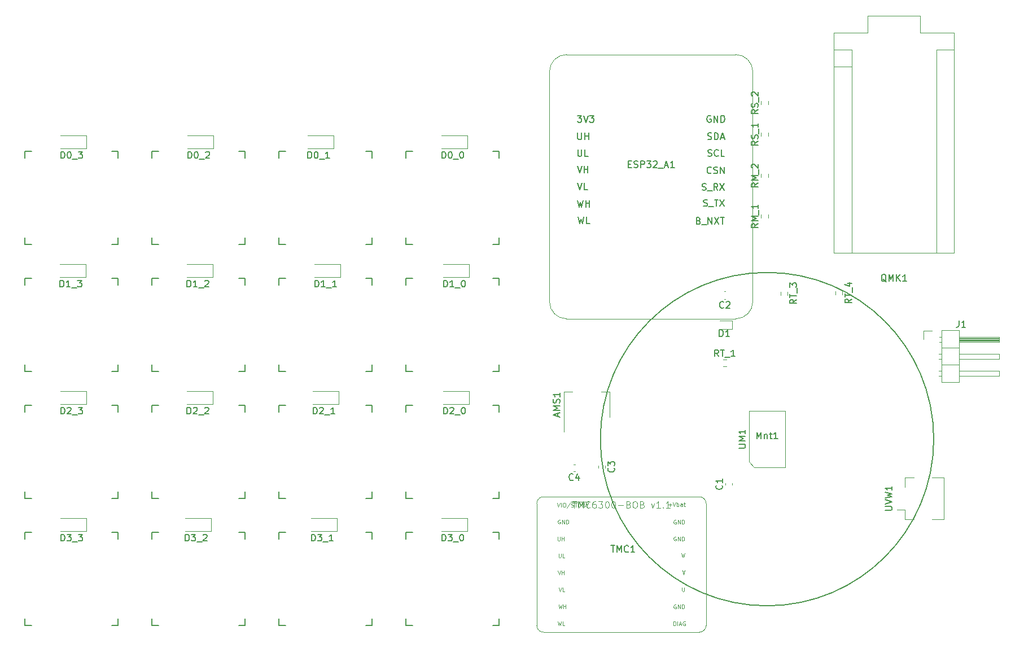
<source format=gbr>
%TF.GenerationSoftware,KiCad,Pcbnew,(6.0.1)*%
%TF.CreationDate,2022-12-10T14:50:15+08:00*%
%TF.ProjectId,Scroller1 two,5363726f-6c6c-4657-9231-2074776f2e6b,rev?*%
%TF.SameCoordinates,Original*%
%TF.FileFunction,Legend,Top*%
%TF.FilePolarity,Positive*%
%FSLAX46Y46*%
G04 Gerber Fmt 4.6, Leading zero omitted, Abs format (unit mm)*
G04 Created by KiCad (PCBNEW (6.0.1)) date 2022-12-10 14:50:15*
%MOMM*%
%LPD*%
G01*
G04 APERTURE LIST*
%ADD10C,0.150000*%
%ADD11C,0.100000*%
%ADD12C,0.120000*%
G04 APERTURE END LIST*
D10*
X208755040Y-117092383D02*
G75*
G03*
X208755040Y-117092383I-25000000J0D01*
G01*
%TO.C,D1_1*%
X115948761Y-94273380D02*
X115948761Y-93273380D01*
X116186857Y-93273380D01*
X116329714Y-93321000D01*
X116424952Y-93416238D01*
X116472571Y-93511476D01*
X116520190Y-93701952D01*
X116520190Y-93844809D01*
X116472571Y-94035285D01*
X116424952Y-94130523D01*
X116329714Y-94225761D01*
X116186857Y-94273380D01*
X115948761Y-94273380D01*
X117472571Y-94273380D02*
X116901142Y-94273380D01*
X117186857Y-94273380D02*
X117186857Y-93273380D01*
X117091619Y-93416238D01*
X116996380Y-93511476D01*
X116901142Y-93559095D01*
X117663047Y-94368619D02*
X118424952Y-94368619D01*
X119186857Y-94273380D02*
X118615428Y-94273380D01*
X118901142Y-94273380D02*
X118901142Y-93273380D01*
X118805904Y-93416238D01*
X118710666Y-93511476D01*
X118615428Y-93559095D01*
%TO.C,RS_2*%
X182410380Y-67675309D02*
X181934190Y-68008642D01*
X182410380Y-68246738D02*
X181410380Y-68246738D01*
X181410380Y-67865785D01*
X181458000Y-67770547D01*
X181505619Y-67722928D01*
X181600857Y-67675309D01*
X181743714Y-67675309D01*
X181838952Y-67722928D01*
X181886571Y-67770547D01*
X181934190Y-67865785D01*
X181934190Y-68246738D01*
X182362761Y-67294357D02*
X182410380Y-67151500D01*
X182410380Y-66913404D01*
X182362761Y-66818166D01*
X182315142Y-66770547D01*
X182219904Y-66722928D01*
X182124666Y-66722928D01*
X182029428Y-66770547D01*
X181981809Y-66818166D01*
X181934190Y-66913404D01*
X181886571Y-67103880D01*
X181838952Y-67199119D01*
X181791333Y-67246738D01*
X181696095Y-67294357D01*
X181600857Y-67294357D01*
X181505619Y-67246738D01*
X181458000Y-67199119D01*
X181410380Y-67103880D01*
X181410380Y-66865785D01*
X181458000Y-66722928D01*
X182505619Y-66532452D02*
X182505619Y-65770547D01*
X181505619Y-65580071D02*
X181458000Y-65532452D01*
X181410380Y-65437214D01*
X181410380Y-65199119D01*
X181458000Y-65103880D01*
X181505619Y-65056261D01*
X181600857Y-65008642D01*
X181696095Y-65008642D01*
X181838952Y-65056261D01*
X182410380Y-65627690D01*
X182410380Y-65008642D01*
%TO.C,C1*%
X176967142Y-124018166D02*
X177014761Y-124065785D01*
X177062380Y-124208642D01*
X177062380Y-124303880D01*
X177014761Y-124446738D01*
X176919523Y-124541976D01*
X176824285Y-124589595D01*
X176633809Y-124637214D01*
X176490952Y-124637214D01*
X176300476Y-124589595D01*
X176205238Y-124541976D01*
X176110000Y-124446738D01*
X176062380Y-124303880D01*
X176062380Y-124208642D01*
X176110000Y-124065785D01*
X176157619Y-124018166D01*
X177062380Y-123065785D02*
X177062380Y-123637214D01*
X177062380Y-123351500D02*
X176062380Y-123351500D01*
X176205238Y-123446738D01*
X176300476Y-123541976D01*
X176348095Y-123637214D01*
%TO.C,D2_0*%
X135250761Y-113323380D02*
X135250761Y-112323380D01*
X135488857Y-112323380D01*
X135631714Y-112371000D01*
X135726952Y-112466238D01*
X135774571Y-112561476D01*
X135822190Y-112751952D01*
X135822190Y-112894809D01*
X135774571Y-113085285D01*
X135726952Y-113180523D01*
X135631714Y-113275761D01*
X135488857Y-113323380D01*
X135250761Y-113323380D01*
X136203142Y-112418619D02*
X136250761Y-112371000D01*
X136346000Y-112323380D01*
X136584095Y-112323380D01*
X136679333Y-112371000D01*
X136726952Y-112418619D01*
X136774571Y-112513857D01*
X136774571Y-112609095D01*
X136726952Y-112751952D01*
X136155523Y-113323380D01*
X136774571Y-113323380D01*
X136965047Y-113418619D02*
X137726952Y-113418619D01*
X138155523Y-112323380D02*
X138250761Y-112323380D01*
X138346000Y-112371000D01*
X138393619Y-112418619D01*
X138441238Y-112513857D01*
X138488857Y-112704333D01*
X138488857Y-112942428D01*
X138441238Y-113132904D01*
X138393619Y-113228142D01*
X138346000Y-113275761D01*
X138250761Y-113323380D01*
X138155523Y-113323380D01*
X138060285Y-113275761D01*
X138012666Y-113228142D01*
X137965047Y-113132904D01*
X137917428Y-112942428D01*
X137917428Y-112704333D01*
X137965047Y-112513857D01*
X138012666Y-112418619D01*
X138060285Y-112371000D01*
X138155523Y-112323380D01*
%TO.C,RT_4*%
X196432380Y-96075071D02*
X195956190Y-96408404D01*
X196432380Y-96646500D02*
X195432380Y-96646500D01*
X195432380Y-96265547D01*
X195480000Y-96170309D01*
X195527619Y-96122690D01*
X195622857Y-96075071D01*
X195765714Y-96075071D01*
X195860952Y-96122690D01*
X195908571Y-96170309D01*
X195956190Y-96265547D01*
X195956190Y-96646500D01*
X195432380Y-95789357D02*
X195432380Y-95217928D01*
X196432380Y-95503642D02*
X195432380Y-95503642D01*
X196527619Y-95122690D02*
X196527619Y-94360785D01*
X195765714Y-93694119D02*
X196432380Y-93694119D01*
X195384761Y-93932214D02*
X196099047Y-94170309D01*
X196099047Y-93551261D01*
%TO.C,D0_1*%
X114890161Y-74969380D02*
X114890161Y-73969380D01*
X115128257Y-73969380D01*
X115271114Y-74017000D01*
X115366352Y-74112238D01*
X115413971Y-74207476D01*
X115461590Y-74397952D01*
X115461590Y-74540809D01*
X115413971Y-74731285D01*
X115366352Y-74826523D01*
X115271114Y-74921761D01*
X115128257Y-74969380D01*
X114890161Y-74969380D01*
X116080638Y-73969380D02*
X116175876Y-73969380D01*
X116271114Y-74017000D01*
X116318733Y-74064619D01*
X116366352Y-74159857D01*
X116413971Y-74350333D01*
X116413971Y-74588428D01*
X116366352Y-74778904D01*
X116318733Y-74874142D01*
X116271114Y-74921761D01*
X116175876Y-74969380D01*
X116080638Y-74969380D01*
X115985400Y-74921761D01*
X115937780Y-74874142D01*
X115890161Y-74778904D01*
X115842542Y-74588428D01*
X115842542Y-74350333D01*
X115890161Y-74159857D01*
X115937780Y-74064619D01*
X115985400Y-74017000D01*
X116080638Y-73969380D01*
X116604447Y-75064619D02*
X117366352Y-75064619D01*
X118128257Y-74969380D02*
X117556828Y-74969380D01*
X117842542Y-74969380D02*
X117842542Y-73969380D01*
X117747304Y-74112238D01*
X117652066Y-74207476D01*
X117556828Y-74255095D01*
%TO.C,C3*%
X160791142Y-121425166D02*
X160838761Y-121472785D01*
X160886380Y-121615642D01*
X160886380Y-121710880D01*
X160838761Y-121853738D01*
X160743523Y-121948976D01*
X160648285Y-121996595D01*
X160457809Y-122044214D01*
X160314952Y-122044214D01*
X160124476Y-121996595D01*
X160029238Y-121948976D01*
X159934000Y-121853738D01*
X159886380Y-121710880D01*
X159886380Y-121615642D01*
X159934000Y-121472785D01*
X159981619Y-121425166D01*
X159886380Y-121091833D02*
X159886380Y-120472785D01*
X160267333Y-120806119D01*
X160267333Y-120663261D01*
X160314952Y-120568023D01*
X160362571Y-120520404D01*
X160457809Y-120472785D01*
X160695904Y-120472785D01*
X160791142Y-120520404D01*
X160838761Y-120568023D01*
X160886380Y-120663261D01*
X160886380Y-120948976D01*
X160838761Y-121044214D01*
X160791142Y-121091833D01*
%TO.C,C2*%
X177238333Y-97351142D02*
X177190714Y-97398761D01*
X177047857Y-97446380D01*
X176952619Y-97446380D01*
X176809761Y-97398761D01*
X176714523Y-97303523D01*
X176666904Y-97208285D01*
X176619285Y-97017809D01*
X176619285Y-96874952D01*
X176666904Y-96684476D01*
X176714523Y-96589238D01*
X176809761Y-96494000D01*
X176952619Y-96446380D01*
X177047857Y-96446380D01*
X177190714Y-96494000D01*
X177238333Y-96541619D01*
X177619285Y-96541619D02*
X177666904Y-96494000D01*
X177762142Y-96446380D01*
X178000238Y-96446380D01*
X178095476Y-96494000D01*
X178143095Y-96541619D01*
X178190714Y-96636857D01*
X178190714Y-96732095D01*
X178143095Y-96874952D01*
X177571666Y-97446380D01*
X178190714Y-97446380D01*
%TO.C,D1_0*%
X135252761Y-94273380D02*
X135252761Y-93273380D01*
X135490857Y-93273380D01*
X135633714Y-93321000D01*
X135728952Y-93416238D01*
X135776571Y-93511476D01*
X135824190Y-93701952D01*
X135824190Y-93844809D01*
X135776571Y-94035285D01*
X135728952Y-94130523D01*
X135633714Y-94225761D01*
X135490857Y-94273380D01*
X135252761Y-94273380D01*
X136776571Y-94273380D02*
X136205142Y-94273380D01*
X136490857Y-94273380D02*
X136490857Y-93273380D01*
X136395619Y-93416238D01*
X136300380Y-93511476D01*
X136205142Y-93559095D01*
X136967047Y-94368619D02*
X137728952Y-94368619D01*
X138157523Y-93273380D02*
X138252761Y-93273380D01*
X138348000Y-93321000D01*
X138395619Y-93368619D01*
X138443238Y-93463857D01*
X138490857Y-93654333D01*
X138490857Y-93892428D01*
X138443238Y-94082904D01*
X138395619Y-94178142D01*
X138348000Y-94225761D01*
X138252761Y-94273380D01*
X138157523Y-94273380D01*
X138062285Y-94225761D01*
X138014666Y-94178142D01*
X137967047Y-94082904D01*
X137919428Y-93892428D01*
X137919428Y-93654333D01*
X137967047Y-93463857D01*
X138014666Y-93368619D01*
X138062285Y-93321000D01*
X138157523Y-93273380D01*
%TO.C,UM1*%
X179502415Y-118425793D02*
X180311939Y-118425793D01*
X180407177Y-118378174D01*
X180454796Y-118330555D01*
X180502415Y-118235317D01*
X180502415Y-118044840D01*
X180454796Y-117949602D01*
X180407177Y-117901983D01*
X180311939Y-117854364D01*
X179502415Y-117854364D01*
X180502415Y-117378174D02*
X179502415Y-117378174D01*
X180216701Y-117044840D01*
X179502415Y-116711507D01*
X180502415Y-116711507D01*
X180502415Y-115711507D02*
X180502415Y-116282936D01*
X180502415Y-115997221D02*
X179502415Y-115997221D01*
X179645273Y-116092460D01*
X179740511Y-116187698D01*
X179788130Y-116282936D01*
%TO.C,AMS1*%
X152384666Y-113673904D02*
X152384666Y-113197714D01*
X152670380Y-113769142D02*
X151670380Y-113435809D01*
X152670380Y-113102476D01*
X152670380Y-112769142D02*
X151670380Y-112769142D01*
X152384666Y-112435809D01*
X151670380Y-112102476D01*
X152670380Y-112102476D01*
X152622761Y-111673904D02*
X152670380Y-111531047D01*
X152670380Y-111292952D01*
X152622761Y-111197714D01*
X152575142Y-111150095D01*
X152479904Y-111102476D01*
X152384666Y-111102476D01*
X152289428Y-111150095D01*
X152241809Y-111197714D01*
X152194190Y-111292952D01*
X152146571Y-111483428D01*
X152098952Y-111578666D01*
X152051333Y-111626285D01*
X151956095Y-111673904D01*
X151860857Y-111673904D01*
X151765619Y-111626285D01*
X151718000Y-111578666D01*
X151670380Y-111483428D01*
X151670380Y-111245333D01*
X151718000Y-111102476D01*
X152670380Y-110150095D02*
X152670380Y-110721523D01*
X152670380Y-110435809D02*
X151670380Y-110435809D01*
X151813238Y-110531047D01*
X151908476Y-110626285D01*
X151956095Y-110721523D01*
%TO.C,C4*%
X154672833Y-123199142D02*
X154625214Y-123246761D01*
X154482357Y-123294380D01*
X154387119Y-123294380D01*
X154244261Y-123246761D01*
X154149023Y-123151523D01*
X154101404Y-123056285D01*
X154053785Y-122865809D01*
X154053785Y-122722952D01*
X154101404Y-122532476D01*
X154149023Y-122437238D01*
X154244261Y-122342000D01*
X154387119Y-122294380D01*
X154482357Y-122294380D01*
X154625214Y-122342000D01*
X154672833Y-122389619D01*
X155529976Y-122627714D02*
X155529976Y-123294380D01*
X155291880Y-122246761D02*
X155053785Y-122961047D01*
X155672833Y-122961047D01*
%TO.C,D1_2*%
X96770761Y-94273380D02*
X96770761Y-93273380D01*
X97008857Y-93273380D01*
X97151714Y-93321000D01*
X97246952Y-93416238D01*
X97294571Y-93511476D01*
X97342190Y-93701952D01*
X97342190Y-93844809D01*
X97294571Y-94035285D01*
X97246952Y-94130523D01*
X97151714Y-94225761D01*
X97008857Y-94273380D01*
X96770761Y-94273380D01*
X98294571Y-94273380D02*
X97723142Y-94273380D01*
X98008857Y-94273380D02*
X98008857Y-93273380D01*
X97913619Y-93416238D01*
X97818380Y-93511476D01*
X97723142Y-93559095D01*
X98485047Y-94368619D02*
X99246952Y-94368619D01*
X99437428Y-93368619D02*
X99485047Y-93321000D01*
X99580285Y-93273380D01*
X99818380Y-93273380D01*
X99913619Y-93321000D01*
X99961238Y-93368619D01*
X100008857Y-93463857D01*
X100008857Y-93559095D01*
X99961238Y-93701952D01*
X99389809Y-94273380D01*
X100008857Y-94273380D01*
%TO.C,D2_3*%
X77846761Y-113323380D02*
X77846761Y-112323380D01*
X78084857Y-112323380D01*
X78227714Y-112371000D01*
X78322952Y-112466238D01*
X78370571Y-112561476D01*
X78418190Y-112751952D01*
X78418190Y-112894809D01*
X78370571Y-113085285D01*
X78322952Y-113180523D01*
X78227714Y-113275761D01*
X78084857Y-113323380D01*
X77846761Y-113323380D01*
X78799142Y-112418619D02*
X78846761Y-112371000D01*
X78942000Y-112323380D01*
X79180095Y-112323380D01*
X79275333Y-112371000D01*
X79322952Y-112418619D01*
X79370571Y-112513857D01*
X79370571Y-112609095D01*
X79322952Y-112751952D01*
X78751523Y-113323380D01*
X79370571Y-113323380D01*
X79561047Y-113418619D02*
X80322952Y-113418619D01*
X80465809Y-112323380D02*
X81084857Y-112323380D01*
X80751523Y-112704333D01*
X80894380Y-112704333D01*
X80989619Y-112751952D01*
X81037238Y-112799571D01*
X81084857Y-112894809D01*
X81084857Y-113132904D01*
X81037238Y-113228142D01*
X80989619Y-113275761D01*
X80894380Y-113323380D01*
X80608666Y-113323380D01*
X80513428Y-113275761D01*
X80465809Y-113228142D01*
%TO.C,Mnt1*%
X182207415Y-117044840D02*
X182207415Y-116044840D01*
X182540749Y-116759126D01*
X182874082Y-116044840D01*
X182874082Y-117044840D01*
X183350273Y-116378174D02*
X183350273Y-117044840D01*
X183350273Y-116473412D02*
X183397892Y-116425793D01*
X183493130Y-116378174D01*
X183635987Y-116378174D01*
X183731225Y-116425793D01*
X183778844Y-116521031D01*
X183778844Y-117044840D01*
X184112177Y-116378174D02*
X184493130Y-116378174D01*
X184255035Y-116044840D02*
X184255035Y-116901983D01*
X184302654Y-116997221D01*
X184397892Y-117044840D01*
X184493130Y-117044840D01*
X185350273Y-117044840D02*
X184778844Y-117044840D01*
X185064558Y-117044840D02*
X185064558Y-116044840D01*
X184969320Y-116187698D01*
X184874082Y-116282936D01*
X184778844Y-116330555D01*
%TO.C,D1*%
X176615904Y-101701380D02*
X176615904Y-100701380D01*
X176854000Y-100701380D01*
X176996857Y-100749000D01*
X177092095Y-100844238D01*
X177139714Y-100939476D01*
X177187333Y-101129952D01*
X177187333Y-101272809D01*
X177139714Y-101463285D01*
X177092095Y-101558523D01*
X176996857Y-101653761D01*
X176854000Y-101701380D01*
X176615904Y-101701380D01*
X178139714Y-101701380D02*
X177568285Y-101701380D01*
X177854000Y-101701380D02*
X177854000Y-100701380D01*
X177758761Y-100844238D01*
X177663523Y-100939476D01*
X177568285Y-100987095D01*
%TO.C,TMC1*%
X160331666Y-133056380D02*
X160903095Y-133056380D01*
X160617380Y-134056380D02*
X160617380Y-133056380D01*
X161236428Y-134056380D02*
X161236428Y-133056380D01*
X161569761Y-133770666D01*
X161903095Y-133056380D01*
X161903095Y-134056380D01*
X162950714Y-133961142D02*
X162903095Y-134008761D01*
X162760238Y-134056380D01*
X162665000Y-134056380D01*
X162522142Y-134008761D01*
X162426904Y-133913523D01*
X162379285Y-133818285D01*
X162331666Y-133627809D01*
X162331666Y-133484952D01*
X162379285Y-133294476D01*
X162426904Y-133199238D01*
X162522142Y-133104000D01*
X162665000Y-133056380D01*
X162760238Y-133056380D01*
X162903095Y-133104000D01*
X162950714Y-133151619D01*
X163903095Y-134056380D02*
X163331666Y-134056380D01*
X163617380Y-134056380D02*
X163617380Y-133056380D01*
X163522142Y-133199238D01*
X163426904Y-133294476D01*
X163331666Y-133342095D01*
D11*
X152277142Y-126671428D02*
X152477142Y-127271428D01*
X152677142Y-126671428D01*
X152877142Y-127271428D02*
X152877142Y-126671428D01*
X153277142Y-126671428D02*
X153391428Y-126671428D01*
X153448571Y-126700000D01*
X153505714Y-126757142D01*
X153534285Y-126871428D01*
X153534285Y-127071428D01*
X153505714Y-127185714D01*
X153448571Y-127242857D01*
X153391428Y-127271428D01*
X153277142Y-127271428D01*
X153220000Y-127242857D01*
X153162857Y-127185714D01*
X153134285Y-127071428D01*
X153134285Y-126871428D01*
X153162857Y-126757142D01*
X153220000Y-126700000D01*
X153277142Y-126671428D01*
X154220000Y-126642857D02*
X153705714Y-127414285D01*
X154277142Y-126502000D02*
X154848571Y-126502000D01*
X154391428Y-127242857D02*
X154477142Y-127271428D01*
X154620000Y-127271428D01*
X154677142Y-127242857D01*
X154705714Y-127214285D01*
X154734285Y-127157142D01*
X154734285Y-127100000D01*
X154705714Y-127042857D01*
X154677142Y-127014285D01*
X154620000Y-126985714D01*
X154505714Y-126957142D01*
X154448571Y-126928571D01*
X154420000Y-126900000D01*
X154391428Y-126842857D01*
X154391428Y-126785714D01*
X154420000Y-126728571D01*
X154448571Y-126700000D01*
X154505714Y-126671428D01*
X154648571Y-126671428D01*
X154734285Y-126700000D01*
X154848571Y-126502000D02*
X155305714Y-126502000D01*
X154905714Y-126671428D02*
X155248571Y-126671428D01*
X155077142Y-127271428D02*
X155077142Y-126671428D01*
X155305714Y-126502000D02*
X155905714Y-126502000D01*
X155448571Y-127271428D02*
X155448571Y-126671428D01*
X155591428Y-126671428D01*
X155677142Y-126700000D01*
X155734285Y-126757142D01*
X155762857Y-126814285D01*
X155791428Y-126928571D01*
X155791428Y-127014285D01*
X155762857Y-127128571D01*
X155734285Y-127185714D01*
X155677142Y-127242857D01*
X155591428Y-127271428D01*
X155448571Y-127271428D01*
X155905714Y-126502000D02*
X156505714Y-126502000D01*
X156248571Y-126957142D02*
X156334285Y-126985714D01*
X156362857Y-127014285D01*
X156391428Y-127071428D01*
X156391428Y-127157142D01*
X156362857Y-127214285D01*
X156334285Y-127242857D01*
X156277142Y-127271428D01*
X156048571Y-127271428D01*
X156048571Y-126671428D01*
X156248571Y-126671428D01*
X156305714Y-126700000D01*
X156334285Y-126728571D01*
X156362857Y-126785714D01*
X156362857Y-126842857D01*
X156334285Y-126900000D01*
X156305714Y-126928571D01*
X156248571Y-126957142D01*
X156048571Y-126957142D01*
X156505714Y-126502000D02*
X157020000Y-126502000D01*
X156762857Y-126985714D02*
X156762857Y-127271428D01*
X156562857Y-126671428D02*
X156762857Y-126985714D01*
X156962857Y-126671428D01*
X152728571Y-129203964D02*
X152671428Y-129175392D01*
X152585714Y-129175392D01*
X152500000Y-129203964D01*
X152442857Y-129261106D01*
X152414285Y-129318249D01*
X152385714Y-129432535D01*
X152385714Y-129518249D01*
X152414285Y-129632535D01*
X152442857Y-129689678D01*
X152500000Y-129746821D01*
X152585714Y-129775392D01*
X152642857Y-129775392D01*
X152728571Y-129746821D01*
X152757142Y-129718249D01*
X152757142Y-129518249D01*
X152642857Y-129518249D01*
X153014285Y-129775392D02*
X153014285Y-129175392D01*
X153357142Y-129775392D01*
X153357142Y-129175392D01*
X153642857Y-129775392D02*
X153642857Y-129175392D01*
X153785714Y-129175392D01*
X153871428Y-129203964D01*
X153928571Y-129261106D01*
X153957142Y-129318249D01*
X153985714Y-129432535D01*
X153985714Y-129518249D01*
X153957142Y-129632535D01*
X153928571Y-129689678D01*
X153871428Y-129746821D01*
X153785714Y-129775392D01*
X153642857Y-129775392D01*
X171355142Y-139332535D02*
X171355142Y-139818249D01*
X171326571Y-139875392D01*
X171298000Y-139903964D01*
X171240857Y-139932535D01*
X171126571Y-139932535D01*
X171069428Y-139903964D01*
X171040857Y-139875392D01*
X171012285Y-139818249D01*
X171012285Y-139332535D01*
X168976857Y-126953964D02*
X169434000Y-126953964D01*
X169205428Y-127182535D02*
X169205428Y-126725392D01*
X169634000Y-126582535D02*
X169834000Y-127182535D01*
X170034000Y-126582535D01*
X170234000Y-127182535D02*
X170234000Y-126582535D01*
X170234000Y-126811107D02*
X170291142Y-126782535D01*
X170405428Y-126782535D01*
X170462571Y-126811107D01*
X170491142Y-126839678D01*
X170519714Y-126896821D01*
X170519714Y-127068249D01*
X170491142Y-127125392D01*
X170462571Y-127153964D01*
X170405428Y-127182535D01*
X170291142Y-127182535D01*
X170234000Y-127153964D01*
X171034000Y-127182535D02*
X171034000Y-126868249D01*
X171005428Y-126811107D01*
X170948285Y-126782535D01*
X170834000Y-126782535D01*
X170776857Y-126811107D01*
X171034000Y-127153964D02*
X170976857Y-127182535D01*
X170834000Y-127182535D01*
X170776857Y-127153964D01*
X170748285Y-127096821D01*
X170748285Y-127039678D01*
X170776857Y-126982535D01*
X170834000Y-126953964D01*
X170976857Y-126953964D01*
X171034000Y-126925392D01*
X171234000Y-126782535D02*
X171462571Y-126782535D01*
X171319714Y-126582535D02*
X171319714Y-127096821D01*
X171348285Y-127153964D01*
X171405428Y-127182535D01*
X171462571Y-127182535D01*
X152378285Y-144432535D02*
X152521142Y-145032535D01*
X152635428Y-144603964D01*
X152749714Y-145032535D01*
X152892571Y-144432535D01*
X153406857Y-145032535D02*
X153121142Y-145032535D01*
X153121142Y-144432535D01*
X169738857Y-145051428D02*
X169738857Y-144451428D01*
X169881714Y-144451428D01*
X169967428Y-144480000D01*
X170024571Y-144537142D01*
X170053142Y-144594285D01*
X170081714Y-144708571D01*
X170081714Y-144794285D01*
X170053142Y-144908571D01*
X170024571Y-144965714D01*
X169967428Y-145022857D01*
X169881714Y-145051428D01*
X169738857Y-145051428D01*
X170338857Y-145051428D02*
X170338857Y-144451428D01*
X170596000Y-144880000D02*
X170881714Y-144880000D01*
X170538857Y-145051428D02*
X170738857Y-144451428D01*
X170938857Y-145051428D01*
X171453142Y-144480000D02*
X171396000Y-144451428D01*
X171310285Y-144451428D01*
X171224571Y-144480000D01*
X171167428Y-144537142D01*
X171138857Y-144594285D01*
X171110285Y-144708571D01*
X171110285Y-144794285D01*
X171138857Y-144908571D01*
X171167428Y-144965714D01*
X171224571Y-145022857D01*
X171310285Y-145051428D01*
X171367428Y-145051428D01*
X171453142Y-145022857D01*
X171481714Y-144994285D01*
X171481714Y-144794285D01*
X171367428Y-144794285D01*
X152378285Y-136803963D02*
X152578285Y-137403963D01*
X152778285Y-136803963D01*
X152978285Y-137403963D02*
X152978285Y-136803963D01*
X152978285Y-137089677D02*
X153321142Y-137089677D01*
X153321142Y-137403963D02*
X153321142Y-136803963D01*
X152492571Y-134261106D02*
X152492571Y-134746820D01*
X152521142Y-134803963D01*
X152549714Y-134832535D01*
X152606857Y-134861106D01*
X152721142Y-134861106D01*
X152778285Y-134832535D01*
X152806857Y-134803963D01*
X152835428Y-134746820D01*
X152835428Y-134261106D01*
X153406857Y-134861106D02*
X153121142Y-134861106D01*
X153121142Y-134261106D01*
X171440857Y-136782535D02*
X171240857Y-137382535D01*
X171040857Y-136782535D01*
X154564964Y-126413487D02*
X155136392Y-126413487D01*
X154850678Y-127413487D02*
X154850678Y-126413487D01*
X155469726Y-127413487D02*
X155469726Y-126413487D01*
X155803059Y-127127773D01*
X156136392Y-126413487D01*
X156136392Y-127413487D01*
X157184011Y-127318249D02*
X157136392Y-127365868D01*
X156993535Y-127413487D01*
X156898297Y-127413487D01*
X156755440Y-127365868D01*
X156660202Y-127270630D01*
X156612583Y-127175392D01*
X156564964Y-126984916D01*
X156564964Y-126842059D01*
X156612583Y-126651583D01*
X156660202Y-126556345D01*
X156755440Y-126461107D01*
X156898297Y-126413487D01*
X156993535Y-126413487D01*
X157136392Y-126461107D01*
X157184011Y-126508726D01*
X158041154Y-126413487D02*
X157850678Y-126413487D01*
X157755440Y-126461107D01*
X157707821Y-126508726D01*
X157612583Y-126651583D01*
X157564964Y-126842059D01*
X157564964Y-127223011D01*
X157612583Y-127318249D01*
X157660202Y-127365868D01*
X157755440Y-127413487D01*
X157945916Y-127413487D01*
X158041154Y-127365868D01*
X158088773Y-127318249D01*
X158136392Y-127223011D01*
X158136392Y-126984916D01*
X158088773Y-126889678D01*
X158041154Y-126842059D01*
X157945916Y-126794440D01*
X157755440Y-126794440D01*
X157660202Y-126842059D01*
X157612583Y-126889678D01*
X157564964Y-126984916D01*
X158469726Y-126413487D02*
X159088773Y-126413487D01*
X158755440Y-126794440D01*
X158898297Y-126794440D01*
X158993535Y-126842059D01*
X159041154Y-126889678D01*
X159088773Y-126984916D01*
X159088773Y-127223011D01*
X159041154Y-127318249D01*
X158993535Y-127365868D01*
X158898297Y-127413487D01*
X158612583Y-127413487D01*
X158517345Y-127365868D01*
X158469726Y-127318249D01*
X159707821Y-126413487D02*
X159803059Y-126413487D01*
X159898297Y-126461107D01*
X159945916Y-126508726D01*
X159993535Y-126603964D01*
X160041154Y-126794440D01*
X160041154Y-127032535D01*
X159993535Y-127223011D01*
X159945916Y-127318249D01*
X159898297Y-127365868D01*
X159803059Y-127413487D01*
X159707821Y-127413487D01*
X159612583Y-127365868D01*
X159564964Y-127318249D01*
X159517345Y-127223011D01*
X159469726Y-127032535D01*
X159469726Y-126794440D01*
X159517345Y-126603964D01*
X159564964Y-126508726D01*
X159612583Y-126461107D01*
X159707821Y-126413487D01*
X160660202Y-126413487D02*
X160755440Y-126413487D01*
X160850678Y-126461107D01*
X160898297Y-126508726D01*
X160945916Y-126603964D01*
X160993535Y-126794440D01*
X160993535Y-127032535D01*
X160945916Y-127223011D01*
X160898297Y-127318249D01*
X160850678Y-127365868D01*
X160755440Y-127413487D01*
X160660202Y-127413487D01*
X160564964Y-127365868D01*
X160517345Y-127318249D01*
X160469726Y-127223011D01*
X160422107Y-127032535D01*
X160422107Y-126794440D01*
X160469726Y-126603964D01*
X160517345Y-126508726D01*
X160564964Y-126461107D01*
X160660202Y-126413487D01*
X161422107Y-127032535D02*
X162184011Y-127032535D01*
X162993535Y-126889678D02*
X163136392Y-126937297D01*
X163184011Y-126984916D01*
X163231630Y-127080154D01*
X163231630Y-127223011D01*
X163184011Y-127318249D01*
X163136392Y-127365868D01*
X163041154Y-127413487D01*
X162660202Y-127413487D01*
X162660202Y-126413487D01*
X162993535Y-126413487D01*
X163088773Y-126461107D01*
X163136392Y-126508726D01*
X163184011Y-126603964D01*
X163184011Y-126699202D01*
X163136392Y-126794440D01*
X163088773Y-126842059D01*
X162993535Y-126889678D01*
X162660202Y-126889678D01*
X163850678Y-126413487D02*
X164041154Y-126413487D01*
X164136392Y-126461107D01*
X164231630Y-126556345D01*
X164279249Y-126746821D01*
X164279249Y-127080154D01*
X164231630Y-127270630D01*
X164136392Y-127365868D01*
X164041154Y-127413487D01*
X163850678Y-127413487D01*
X163755440Y-127365868D01*
X163660202Y-127270630D01*
X163612583Y-127080154D01*
X163612583Y-126746821D01*
X163660202Y-126556345D01*
X163755440Y-126461107D01*
X163850678Y-126413487D01*
X165041154Y-126889678D02*
X165184011Y-126937297D01*
X165231630Y-126984916D01*
X165279249Y-127080154D01*
X165279249Y-127223011D01*
X165231630Y-127318249D01*
X165184011Y-127365868D01*
X165088773Y-127413487D01*
X164707821Y-127413487D01*
X164707821Y-126413487D01*
X165041154Y-126413487D01*
X165136392Y-126461107D01*
X165184011Y-126508726D01*
X165231630Y-126603964D01*
X165231630Y-126699202D01*
X165184011Y-126794440D01*
X165136392Y-126842059D01*
X165041154Y-126889678D01*
X164707821Y-126889678D01*
X166374487Y-126746821D02*
X166612583Y-127413487D01*
X166850678Y-126746821D01*
X167755440Y-127413487D02*
X167184011Y-127413487D01*
X167469726Y-127413487D02*
X167469726Y-126413487D01*
X167374487Y-126556345D01*
X167279249Y-126651583D01*
X167184011Y-126699202D01*
X168184011Y-127318249D02*
X168231630Y-127365868D01*
X168184011Y-127413487D01*
X168136392Y-127365868D01*
X168184011Y-127318249D01*
X168184011Y-127413487D01*
X169184011Y-127413487D02*
X168612583Y-127413487D01*
X168898297Y-127413487D02*
X168898297Y-126413487D01*
X168803059Y-126556345D01*
X168707821Y-126651583D01*
X168612583Y-126699202D01*
X170087142Y-129244000D02*
X170030000Y-129215428D01*
X169944285Y-129215428D01*
X169858571Y-129244000D01*
X169801428Y-129301142D01*
X169772857Y-129358285D01*
X169744285Y-129472571D01*
X169744285Y-129558285D01*
X169772857Y-129672571D01*
X169801428Y-129729714D01*
X169858571Y-129786857D01*
X169944285Y-129815428D01*
X170001428Y-129815428D01*
X170087142Y-129786857D01*
X170115714Y-129758285D01*
X170115714Y-129558285D01*
X170001428Y-129558285D01*
X170372857Y-129815428D02*
X170372857Y-129215428D01*
X170715714Y-129815428D01*
X170715714Y-129215428D01*
X171001428Y-129815428D02*
X171001428Y-129215428D01*
X171144285Y-129215428D01*
X171230000Y-129244000D01*
X171287142Y-129301142D01*
X171315714Y-129358285D01*
X171344285Y-129472571D01*
X171344285Y-129558285D01*
X171315714Y-129672571D01*
X171287142Y-129729714D01*
X171230000Y-129786857D01*
X171144285Y-129815428D01*
X171001428Y-129815428D01*
X170087142Y-141944000D02*
X170030000Y-141915428D01*
X169944285Y-141915428D01*
X169858571Y-141944000D01*
X169801428Y-142001142D01*
X169772857Y-142058285D01*
X169744285Y-142172571D01*
X169744285Y-142258285D01*
X169772857Y-142372571D01*
X169801428Y-142429714D01*
X169858571Y-142486857D01*
X169944285Y-142515428D01*
X170001428Y-142515428D01*
X170087142Y-142486857D01*
X170115714Y-142458285D01*
X170115714Y-142258285D01*
X170001428Y-142258285D01*
X170372857Y-142515428D02*
X170372857Y-141915428D01*
X170715714Y-142515428D01*
X170715714Y-141915428D01*
X171001428Y-142515428D02*
X171001428Y-141915428D01*
X171144285Y-141915428D01*
X171230000Y-141944000D01*
X171287142Y-142001142D01*
X171315714Y-142058285D01*
X171344285Y-142172571D01*
X171344285Y-142258285D01*
X171315714Y-142372571D01*
X171287142Y-142429714D01*
X171230000Y-142486857D01*
X171144285Y-142515428D01*
X171001428Y-142515428D01*
X171412285Y-134232535D02*
X171269428Y-134832535D01*
X171155142Y-134403964D01*
X171040857Y-134832535D01*
X170898000Y-134232535D01*
X152489428Y-141889677D02*
X152632285Y-142489677D01*
X152746571Y-142061106D01*
X152860857Y-142489677D01*
X153003714Y-141889677D01*
X153232285Y-142489677D02*
X153232285Y-141889677D01*
X153232285Y-142175391D02*
X153575142Y-142175391D01*
X153575142Y-142489677D02*
X153575142Y-141889677D01*
X152349714Y-131751428D02*
X152349714Y-132237142D01*
X152378285Y-132294285D01*
X152406857Y-132322857D01*
X152464000Y-132351428D01*
X152578285Y-132351428D01*
X152635428Y-132322857D01*
X152664000Y-132294285D01*
X152692571Y-132237142D01*
X152692571Y-131751428D01*
X152978285Y-132351428D02*
X152978285Y-131751428D01*
X152978285Y-132037142D02*
X153321142Y-132037142D01*
X153321142Y-132351428D02*
X153321142Y-131751428D01*
X170087142Y-131744000D02*
X170030000Y-131715428D01*
X169944285Y-131715428D01*
X169858571Y-131744000D01*
X169801428Y-131801142D01*
X169772857Y-131858285D01*
X169744285Y-131972571D01*
X169744285Y-132058285D01*
X169772857Y-132172571D01*
X169801428Y-132229714D01*
X169858571Y-132286857D01*
X169944285Y-132315428D01*
X170001428Y-132315428D01*
X170087142Y-132286857D01*
X170115714Y-132258285D01*
X170115714Y-132058285D01*
X170001428Y-132058285D01*
X170372857Y-132315428D02*
X170372857Y-131715428D01*
X170715714Y-132315428D01*
X170715714Y-131715428D01*
X171001428Y-132315428D02*
X171001428Y-131715428D01*
X171144285Y-131715428D01*
X171230000Y-131744000D01*
X171287142Y-131801142D01*
X171315714Y-131858285D01*
X171344285Y-131972571D01*
X171344285Y-132058285D01*
X171315714Y-132172571D01*
X171287142Y-132229714D01*
X171230000Y-132286857D01*
X171144285Y-132315428D01*
X171001428Y-132315428D01*
X152521142Y-139371428D02*
X152721142Y-139971428D01*
X152921142Y-139371428D01*
X153406857Y-139971428D02*
X153121142Y-139971428D01*
X153121142Y-139371428D01*
D10*
%TO.C,RM_1*%
X182410380Y-84788547D02*
X181934190Y-85121880D01*
X182410380Y-85359976D02*
X181410380Y-85359976D01*
X181410380Y-84979023D01*
X181458000Y-84883785D01*
X181505619Y-84836166D01*
X181600857Y-84788547D01*
X181743714Y-84788547D01*
X181838952Y-84836166D01*
X181886571Y-84883785D01*
X181934190Y-84979023D01*
X181934190Y-85359976D01*
X182410380Y-84359976D02*
X181410380Y-84359976D01*
X182124666Y-84026642D01*
X181410380Y-83693309D01*
X182410380Y-83693309D01*
X182505619Y-83455214D02*
X182505619Y-82693309D01*
X182410380Y-81931404D02*
X182410380Y-82502833D01*
X182410380Y-82217119D02*
X181410380Y-82217119D01*
X181553238Y-82312357D01*
X181648476Y-82407595D01*
X181696095Y-82502833D01*
%TO.C,RT_3*%
X188177380Y-96155071D02*
X187701190Y-96488404D01*
X188177380Y-96726500D02*
X187177380Y-96726500D01*
X187177380Y-96345547D01*
X187225000Y-96250309D01*
X187272619Y-96202690D01*
X187367857Y-96155071D01*
X187510714Y-96155071D01*
X187605952Y-96202690D01*
X187653571Y-96250309D01*
X187701190Y-96345547D01*
X187701190Y-96726500D01*
X187177380Y-95869357D02*
X187177380Y-95297928D01*
X188177380Y-95583642D02*
X187177380Y-95583642D01*
X188272619Y-95202690D02*
X188272619Y-94440785D01*
X187177380Y-94297928D02*
X187177380Y-93678880D01*
X187558333Y-94012214D01*
X187558333Y-93869357D01*
X187605952Y-93774119D01*
X187653571Y-93726500D01*
X187748809Y-93678880D01*
X187986904Y-93678880D01*
X188082142Y-93726500D01*
X188129761Y-93774119D01*
X188177380Y-93869357D01*
X188177380Y-94155071D01*
X188129761Y-94250309D01*
X188082142Y-94297928D01*
%TO.C,QMK1*%
X201638333Y-93511619D02*
X201543095Y-93464000D01*
X201447857Y-93368761D01*
X201305000Y-93225904D01*
X201209761Y-93178285D01*
X201114523Y-93178285D01*
X201162142Y-93416380D02*
X201066904Y-93368761D01*
X200971666Y-93273523D01*
X200924047Y-93083047D01*
X200924047Y-92749714D01*
X200971666Y-92559238D01*
X201066904Y-92464000D01*
X201162142Y-92416380D01*
X201352619Y-92416380D01*
X201447857Y-92464000D01*
X201543095Y-92559238D01*
X201590714Y-92749714D01*
X201590714Y-93083047D01*
X201543095Y-93273523D01*
X201447857Y-93368761D01*
X201352619Y-93416380D01*
X201162142Y-93416380D01*
X202019285Y-93416380D02*
X202019285Y-92416380D01*
X202352619Y-93130666D01*
X202685952Y-92416380D01*
X202685952Y-93416380D01*
X203162142Y-93416380D02*
X203162142Y-92416380D01*
X203733571Y-93416380D02*
X203305000Y-92844952D01*
X203733571Y-92416380D02*
X203162142Y-92987809D01*
X204685952Y-93416380D02*
X204114523Y-93416380D01*
X204400238Y-93416380D02*
X204400238Y-92416380D01*
X204305000Y-92559238D01*
X204209761Y-92654476D01*
X204114523Y-92702095D01*
%TO.C,RT_1*%
X176476428Y-104686380D02*
X176143095Y-104210190D01*
X175905000Y-104686380D02*
X175905000Y-103686380D01*
X176285952Y-103686380D01*
X176381190Y-103734000D01*
X176428809Y-103781619D01*
X176476428Y-103876857D01*
X176476428Y-104019714D01*
X176428809Y-104114952D01*
X176381190Y-104162571D01*
X176285952Y-104210190D01*
X175905000Y-104210190D01*
X176762142Y-103686380D02*
X177333571Y-103686380D01*
X177047857Y-104686380D02*
X177047857Y-103686380D01*
X177428809Y-104781619D02*
X178190714Y-104781619D01*
X178952619Y-104686380D02*
X178381190Y-104686380D01*
X178666904Y-104686380D02*
X178666904Y-103686380D01*
X178571666Y-103829238D01*
X178476428Y-103924476D01*
X178381190Y-103972095D01*
%TO.C,D0_3*%
X77846761Y-74969380D02*
X77846761Y-73969380D01*
X78084857Y-73969380D01*
X78227714Y-74017000D01*
X78322952Y-74112238D01*
X78370571Y-74207476D01*
X78418190Y-74397952D01*
X78418190Y-74540809D01*
X78370571Y-74731285D01*
X78322952Y-74826523D01*
X78227714Y-74921761D01*
X78084857Y-74969380D01*
X77846761Y-74969380D01*
X79037238Y-73969380D02*
X79132476Y-73969380D01*
X79227714Y-74017000D01*
X79275333Y-74064619D01*
X79322952Y-74159857D01*
X79370571Y-74350333D01*
X79370571Y-74588428D01*
X79322952Y-74778904D01*
X79275333Y-74874142D01*
X79227714Y-74921761D01*
X79132476Y-74969380D01*
X79037238Y-74969380D01*
X78942000Y-74921761D01*
X78894380Y-74874142D01*
X78846761Y-74778904D01*
X78799142Y-74588428D01*
X78799142Y-74350333D01*
X78846761Y-74159857D01*
X78894380Y-74064619D01*
X78942000Y-74017000D01*
X79037238Y-73969380D01*
X79561047Y-75064619D02*
X80322952Y-75064619D01*
X80465809Y-73969380D02*
X81084857Y-73969380D01*
X80751523Y-74350333D01*
X80894380Y-74350333D01*
X80989619Y-74397952D01*
X81037238Y-74445571D01*
X81084857Y-74540809D01*
X81084857Y-74778904D01*
X81037238Y-74874142D01*
X80989619Y-74921761D01*
X80894380Y-74969380D01*
X80608666Y-74969380D01*
X80513428Y-74921761D01*
X80465809Y-74874142D01*
%TO.C,RS_1*%
X182410380Y-72397809D02*
X181934190Y-72731142D01*
X182410380Y-72969238D02*
X181410380Y-72969238D01*
X181410380Y-72588285D01*
X181458000Y-72493047D01*
X181505619Y-72445428D01*
X181600857Y-72397809D01*
X181743714Y-72397809D01*
X181838952Y-72445428D01*
X181886571Y-72493047D01*
X181934190Y-72588285D01*
X181934190Y-72969238D01*
X182362761Y-72016857D02*
X182410380Y-71874000D01*
X182410380Y-71635904D01*
X182362761Y-71540666D01*
X182315142Y-71493047D01*
X182219904Y-71445428D01*
X182124666Y-71445428D01*
X182029428Y-71493047D01*
X181981809Y-71540666D01*
X181934190Y-71635904D01*
X181886571Y-71826380D01*
X181838952Y-71921619D01*
X181791333Y-71969238D01*
X181696095Y-72016857D01*
X181600857Y-72016857D01*
X181505619Y-71969238D01*
X181458000Y-71921619D01*
X181410380Y-71826380D01*
X181410380Y-71588285D01*
X181458000Y-71445428D01*
X182505619Y-71254952D02*
X182505619Y-70493047D01*
X182410380Y-69731142D02*
X182410380Y-70302571D01*
X182410380Y-70016857D02*
X181410380Y-70016857D01*
X181553238Y-70112095D01*
X181648476Y-70207333D01*
X181696095Y-70302571D01*
%TO.C,D3_1*%
X115438761Y-132373380D02*
X115438761Y-131373380D01*
X115676857Y-131373380D01*
X115819714Y-131421000D01*
X115914952Y-131516238D01*
X115962571Y-131611476D01*
X116010190Y-131801952D01*
X116010190Y-131944809D01*
X115962571Y-132135285D01*
X115914952Y-132230523D01*
X115819714Y-132325761D01*
X115676857Y-132373380D01*
X115438761Y-132373380D01*
X116343523Y-131373380D02*
X116962571Y-131373380D01*
X116629238Y-131754333D01*
X116772095Y-131754333D01*
X116867333Y-131801952D01*
X116914952Y-131849571D01*
X116962571Y-131944809D01*
X116962571Y-132182904D01*
X116914952Y-132278142D01*
X116867333Y-132325761D01*
X116772095Y-132373380D01*
X116486380Y-132373380D01*
X116391142Y-132325761D01*
X116343523Y-132278142D01*
X117153047Y-132468619D02*
X117914952Y-132468619D01*
X118676857Y-132373380D02*
X118105428Y-132373380D01*
X118391142Y-132373380D02*
X118391142Y-131373380D01*
X118295904Y-131516238D01*
X118200666Y-131611476D01*
X118105428Y-131659095D01*
%TO.C,D2_1*%
X115692761Y-113323380D02*
X115692761Y-112323380D01*
X115930857Y-112323380D01*
X116073714Y-112371000D01*
X116168952Y-112466238D01*
X116216571Y-112561476D01*
X116264190Y-112751952D01*
X116264190Y-112894809D01*
X116216571Y-113085285D01*
X116168952Y-113180523D01*
X116073714Y-113275761D01*
X115930857Y-113323380D01*
X115692761Y-113323380D01*
X116645142Y-112418619D02*
X116692761Y-112371000D01*
X116788000Y-112323380D01*
X117026095Y-112323380D01*
X117121333Y-112371000D01*
X117168952Y-112418619D01*
X117216571Y-112513857D01*
X117216571Y-112609095D01*
X117168952Y-112751952D01*
X116597523Y-113323380D01*
X117216571Y-113323380D01*
X117407047Y-113418619D02*
X118168952Y-113418619D01*
X118930857Y-113323380D02*
X118359428Y-113323380D01*
X118645142Y-113323380D02*
X118645142Y-112323380D01*
X118549904Y-112466238D01*
X118454666Y-112561476D01*
X118359428Y-112609095D01*
%TO.C,UVW1*%
X201492380Y-127745904D02*
X202301904Y-127745904D01*
X202397142Y-127698285D01*
X202444761Y-127650666D01*
X202492380Y-127555428D01*
X202492380Y-127364952D01*
X202444761Y-127269714D01*
X202397142Y-127222095D01*
X202301904Y-127174476D01*
X201492380Y-127174476D01*
X201492380Y-126841142D02*
X202492380Y-126507809D01*
X201492380Y-126174476D01*
X201492380Y-125936380D02*
X202492380Y-125698285D01*
X201778095Y-125507809D01*
X202492380Y-125317333D01*
X201492380Y-125079238D01*
X202492380Y-124174476D02*
X202492380Y-124745904D01*
X202492380Y-124460190D02*
X201492380Y-124460190D01*
X201635238Y-124555428D01*
X201730476Y-124650666D01*
X201778095Y-124745904D01*
%TO.C,D2_2*%
X96768761Y-113323380D02*
X96768761Y-112323380D01*
X97006857Y-112323380D01*
X97149714Y-112371000D01*
X97244952Y-112466238D01*
X97292571Y-112561476D01*
X97340190Y-112751952D01*
X97340190Y-112894809D01*
X97292571Y-113085285D01*
X97244952Y-113180523D01*
X97149714Y-113275761D01*
X97006857Y-113323380D01*
X96768761Y-113323380D01*
X97721142Y-112418619D02*
X97768761Y-112371000D01*
X97864000Y-112323380D01*
X98102095Y-112323380D01*
X98197333Y-112371000D01*
X98244952Y-112418619D01*
X98292571Y-112513857D01*
X98292571Y-112609095D01*
X98244952Y-112751952D01*
X97673523Y-113323380D01*
X98292571Y-113323380D01*
X98483047Y-113418619D02*
X99244952Y-113418619D01*
X99435428Y-112418619D02*
X99483047Y-112371000D01*
X99578285Y-112323380D01*
X99816380Y-112323380D01*
X99911619Y-112371000D01*
X99959238Y-112418619D01*
X100006857Y-112513857D01*
X100006857Y-112609095D01*
X99959238Y-112751952D01*
X99387809Y-113323380D01*
X100006857Y-113323380D01*
%TO.C,J1*%
X212528666Y-99305380D02*
X212528666Y-100019666D01*
X212481047Y-100162523D01*
X212385809Y-100257761D01*
X212242952Y-100305380D01*
X212147714Y-100305380D01*
X213528666Y-100305380D02*
X212957238Y-100305380D01*
X213242952Y-100305380D02*
X213242952Y-99305380D01*
X213147714Y-99448238D01*
X213052476Y-99543476D01*
X212957238Y-99591095D01*
%TO.C,D3_3*%
X77846761Y-132373380D02*
X77846761Y-131373380D01*
X78084857Y-131373380D01*
X78227714Y-131421000D01*
X78322952Y-131516238D01*
X78370571Y-131611476D01*
X78418190Y-131801952D01*
X78418190Y-131944809D01*
X78370571Y-132135285D01*
X78322952Y-132230523D01*
X78227714Y-132325761D01*
X78084857Y-132373380D01*
X77846761Y-132373380D01*
X78751523Y-131373380D02*
X79370571Y-131373380D01*
X79037238Y-131754333D01*
X79180095Y-131754333D01*
X79275333Y-131801952D01*
X79322952Y-131849571D01*
X79370571Y-131944809D01*
X79370571Y-132182904D01*
X79322952Y-132278142D01*
X79275333Y-132325761D01*
X79180095Y-132373380D01*
X78894380Y-132373380D01*
X78799142Y-132325761D01*
X78751523Y-132278142D01*
X79561047Y-132468619D02*
X80322952Y-132468619D01*
X80465809Y-131373380D02*
X81084857Y-131373380D01*
X80751523Y-131754333D01*
X80894380Y-131754333D01*
X80989619Y-131801952D01*
X81037238Y-131849571D01*
X81084857Y-131944809D01*
X81084857Y-132182904D01*
X81037238Y-132278142D01*
X80989619Y-132325761D01*
X80894380Y-132373380D01*
X80608666Y-132373380D01*
X80513428Y-132325761D01*
X80465809Y-132278142D01*
%TO.C,D3_0*%
X134996761Y-132373380D02*
X134996761Y-131373380D01*
X135234857Y-131373380D01*
X135377714Y-131421000D01*
X135472952Y-131516238D01*
X135520571Y-131611476D01*
X135568190Y-131801952D01*
X135568190Y-131944809D01*
X135520571Y-132135285D01*
X135472952Y-132230523D01*
X135377714Y-132325761D01*
X135234857Y-132373380D01*
X134996761Y-132373380D01*
X135901523Y-131373380D02*
X136520571Y-131373380D01*
X136187238Y-131754333D01*
X136330095Y-131754333D01*
X136425333Y-131801952D01*
X136472952Y-131849571D01*
X136520571Y-131944809D01*
X136520571Y-132182904D01*
X136472952Y-132278142D01*
X136425333Y-132325761D01*
X136330095Y-132373380D01*
X136044380Y-132373380D01*
X135949142Y-132325761D01*
X135901523Y-132278142D01*
X136711047Y-132468619D02*
X137472952Y-132468619D01*
X137901523Y-131373380D02*
X137996761Y-131373380D01*
X138092000Y-131421000D01*
X138139619Y-131468619D01*
X138187238Y-131563857D01*
X138234857Y-131754333D01*
X138234857Y-131992428D01*
X138187238Y-132182904D01*
X138139619Y-132278142D01*
X138092000Y-132325761D01*
X137996761Y-132373380D01*
X137901523Y-132373380D01*
X137806285Y-132325761D01*
X137758666Y-132278142D01*
X137711047Y-132182904D01*
X137663428Y-131992428D01*
X137663428Y-131754333D01*
X137711047Y-131563857D01*
X137758666Y-131468619D01*
X137806285Y-131421000D01*
X137901523Y-131373380D01*
%TO.C,D0_2*%
X96896761Y-74969380D02*
X96896761Y-73969380D01*
X97134857Y-73969380D01*
X97277714Y-74017000D01*
X97372952Y-74112238D01*
X97420571Y-74207476D01*
X97468190Y-74397952D01*
X97468190Y-74540809D01*
X97420571Y-74731285D01*
X97372952Y-74826523D01*
X97277714Y-74921761D01*
X97134857Y-74969380D01*
X96896761Y-74969380D01*
X98087238Y-73969380D02*
X98182476Y-73969380D01*
X98277714Y-74017000D01*
X98325333Y-74064619D01*
X98372952Y-74159857D01*
X98420571Y-74350333D01*
X98420571Y-74588428D01*
X98372952Y-74778904D01*
X98325333Y-74874142D01*
X98277714Y-74921761D01*
X98182476Y-74969380D01*
X98087238Y-74969380D01*
X97992000Y-74921761D01*
X97944380Y-74874142D01*
X97896761Y-74778904D01*
X97849142Y-74588428D01*
X97849142Y-74350333D01*
X97896761Y-74159857D01*
X97944380Y-74064619D01*
X97992000Y-74017000D01*
X98087238Y-73969380D01*
X98611047Y-75064619D02*
X99372952Y-75064619D01*
X99563428Y-74064619D02*
X99611047Y-74017000D01*
X99706285Y-73969380D01*
X99944380Y-73969380D01*
X100039619Y-74017000D01*
X100087238Y-74064619D01*
X100134857Y-74159857D01*
X100134857Y-74255095D01*
X100087238Y-74397952D01*
X99515809Y-74969380D01*
X100134857Y-74969380D01*
%TO.C,D1_3*%
X77720761Y-94273380D02*
X77720761Y-93273380D01*
X77958857Y-93273380D01*
X78101714Y-93321000D01*
X78196952Y-93416238D01*
X78244571Y-93511476D01*
X78292190Y-93701952D01*
X78292190Y-93844809D01*
X78244571Y-94035285D01*
X78196952Y-94130523D01*
X78101714Y-94225761D01*
X77958857Y-94273380D01*
X77720761Y-94273380D01*
X79244571Y-94273380D02*
X78673142Y-94273380D01*
X78958857Y-94273380D02*
X78958857Y-93273380D01*
X78863619Y-93416238D01*
X78768380Y-93511476D01*
X78673142Y-93559095D01*
X79435047Y-94368619D02*
X80196952Y-94368619D01*
X80339809Y-93273380D02*
X80958857Y-93273380D01*
X80625523Y-93654333D01*
X80768380Y-93654333D01*
X80863619Y-93701952D01*
X80911238Y-93749571D01*
X80958857Y-93844809D01*
X80958857Y-94082904D01*
X80911238Y-94178142D01*
X80863619Y-94225761D01*
X80768380Y-94273380D01*
X80482666Y-94273380D01*
X80387428Y-94225761D01*
X80339809Y-94178142D01*
%TO.C,RM_2*%
X182410380Y-78692547D02*
X181934190Y-79025880D01*
X182410380Y-79263976D02*
X181410380Y-79263976D01*
X181410380Y-78883023D01*
X181458000Y-78787785D01*
X181505619Y-78740166D01*
X181600857Y-78692547D01*
X181743714Y-78692547D01*
X181838952Y-78740166D01*
X181886571Y-78787785D01*
X181934190Y-78883023D01*
X181934190Y-79263976D01*
X182410380Y-78263976D02*
X181410380Y-78263976D01*
X182124666Y-77930642D01*
X181410380Y-77597309D01*
X182410380Y-77597309D01*
X182505619Y-77359214D02*
X182505619Y-76597309D01*
X181505619Y-76406833D02*
X181458000Y-76359214D01*
X181410380Y-76263976D01*
X181410380Y-76025880D01*
X181458000Y-75930642D01*
X181505619Y-75883023D01*
X181600857Y-75835404D01*
X181696095Y-75835404D01*
X181838952Y-75883023D01*
X182410380Y-76454452D01*
X182410380Y-75835404D01*
%TO.C,D3_2*%
X96514761Y-132373380D02*
X96514761Y-131373380D01*
X96752857Y-131373380D01*
X96895714Y-131421000D01*
X96990952Y-131516238D01*
X97038571Y-131611476D01*
X97086190Y-131801952D01*
X97086190Y-131944809D01*
X97038571Y-132135285D01*
X96990952Y-132230523D01*
X96895714Y-132325761D01*
X96752857Y-132373380D01*
X96514761Y-132373380D01*
X97419523Y-131373380D02*
X98038571Y-131373380D01*
X97705238Y-131754333D01*
X97848095Y-131754333D01*
X97943333Y-131801952D01*
X97990952Y-131849571D01*
X98038571Y-131944809D01*
X98038571Y-132182904D01*
X97990952Y-132278142D01*
X97943333Y-132325761D01*
X97848095Y-132373380D01*
X97562380Y-132373380D01*
X97467142Y-132325761D01*
X97419523Y-132278142D01*
X98229047Y-132468619D02*
X98990952Y-132468619D01*
X99181428Y-131468619D02*
X99229047Y-131421000D01*
X99324285Y-131373380D01*
X99562380Y-131373380D01*
X99657619Y-131421000D01*
X99705238Y-131468619D01*
X99752857Y-131563857D01*
X99752857Y-131659095D01*
X99705238Y-131801952D01*
X99133809Y-132373380D01*
X99752857Y-132373380D01*
%TO.C,D0_0*%
X134996761Y-74969380D02*
X134996761Y-73969380D01*
X135234857Y-73969380D01*
X135377714Y-74017000D01*
X135472952Y-74112238D01*
X135520571Y-74207476D01*
X135568190Y-74397952D01*
X135568190Y-74540809D01*
X135520571Y-74731285D01*
X135472952Y-74826523D01*
X135377714Y-74921761D01*
X135234857Y-74969380D01*
X134996761Y-74969380D01*
X136187238Y-73969380D02*
X136282476Y-73969380D01*
X136377714Y-74017000D01*
X136425333Y-74064619D01*
X136472952Y-74159857D01*
X136520571Y-74350333D01*
X136520571Y-74588428D01*
X136472952Y-74778904D01*
X136425333Y-74874142D01*
X136377714Y-74921761D01*
X136282476Y-74969380D01*
X136187238Y-74969380D01*
X136092000Y-74921761D01*
X136044380Y-74874142D01*
X135996761Y-74778904D01*
X135949142Y-74588428D01*
X135949142Y-74350333D01*
X135996761Y-74159857D01*
X136044380Y-74064619D01*
X136092000Y-74017000D01*
X136187238Y-73969380D01*
X136711047Y-75064619D02*
X137472952Y-75064619D01*
X137901523Y-73969380D02*
X137996761Y-73969380D01*
X138092000Y-74017000D01*
X138139619Y-74064619D01*
X138187238Y-74159857D01*
X138234857Y-74350333D01*
X138234857Y-74588428D01*
X138187238Y-74778904D01*
X138139619Y-74874142D01*
X138092000Y-74921761D01*
X137996761Y-74969380D01*
X137901523Y-74969380D01*
X137806285Y-74921761D01*
X137758666Y-74874142D01*
X137711047Y-74778904D01*
X137663428Y-74588428D01*
X137663428Y-74350333D01*
X137711047Y-74159857D01*
X137758666Y-74064619D01*
X137806285Y-74017000D01*
X137901523Y-73969380D01*
%TO.C,ESP32_A1*%
X162941428Y-75836571D02*
X163274761Y-75836571D01*
X163417619Y-76360380D02*
X162941428Y-76360380D01*
X162941428Y-75360380D01*
X163417619Y-75360380D01*
X163798571Y-76312761D02*
X163941428Y-76360380D01*
X164179523Y-76360380D01*
X164274761Y-76312761D01*
X164322380Y-76265142D01*
X164370000Y-76169904D01*
X164370000Y-76074666D01*
X164322380Y-75979428D01*
X164274761Y-75931809D01*
X164179523Y-75884190D01*
X163989047Y-75836571D01*
X163893809Y-75788952D01*
X163846190Y-75741333D01*
X163798571Y-75646095D01*
X163798571Y-75550857D01*
X163846190Y-75455619D01*
X163893809Y-75408000D01*
X163989047Y-75360380D01*
X164227142Y-75360380D01*
X164370000Y-75408000D01*
X164798571Y-76360380D02*
X164798571Y-75360380D01*
X165179523Y-75360380D01*
X165274761Y-75408000D01*
X165322380Y-75455619D01*
X165370000Y-75550857D01*
X165370000Y-75693714D01*
X165322380Y-75788952D01*
X165274761Y-75836571D01*
X165179523Y-75884190D01*
X164798571Y-75884190D01*
X165703333Y-75360380D02*
X166322380Y-75360380D01*
X165989047Y-75741333D01*
X166131904Y-75741333D01*
X166227142Y-75788952D01*
X166274761Y-75836571D01*
X166322380Y-75931809D01*
X166322380Y-76169904D01*
X166274761Y-76265142D01*
X166227142Y-76312761D01*
X166131904Y-76360380D01*
X165846190Y-76360380D01*
X165750952Y-76312761D01*
X165703333Y-76265142D01*
X166703333Y-75455619D02*
X166750952Y-75408000D01*
X166846190Y-75360380D01*
X167084285Y-75360380D01*
X167179523Y-75408000D01*
X167227142Y-75455619D01*
X167274761Y-75550857D01*
X167274761Y-75646095D01*
X167227142Y-75788952D01*
X166655714Y-76360380D01*
X167274761Y-76360380D01*
X167465238Y-76455619D02*
X168227142Y-76455619D01*
X168417619Y-76074666D02*
X168893809Y-76074666D01*
X168322380Y-76360380D02*
X168655714Y-75360380D01*
X168989047Y-76360380D01*
X169846190Y-76360380D02*
X169274761Y-76360380D01*
X169560476Y-76360380D02*
X169560476Y-75360380D01*
X169465238Y-75503238D01*
X169370000Y-75598476D01*
X169274761Y-75646095D01*
X175379523Y-77165142D02*
X175331904Y-77212761D01*
X175189047Y-77260380D01*
X175093809Y-77260380D01*
X174950952Y-77212761D01*
X174855714Y-77117523D01*
X174808095Y-77022285D01*
X174760476Y-76831809D01*
X174760476Y-76688952D01*
X174808095Y-76498476D01*
X174855714Y-76403238D01*
X174950952Y-76308000D01*
X175093809Y-76260380D01*
X175189047Y-76260380D01*
X175331904Y-76308000D01*
X175379523Y-76355619D01*
X175760476Y-77212761D02*
X175903333Y-77260380D01*
X176141428Y-77260380D01*
X176236666Y-77212761D01*
X176284285Y-77165142D01*
X176331904Y-77069904D01*
X176331904Y-76974666D01*
X176284285Y-76879428D01*
X176236666Y-76831809D01*
X176141428Y-76784190D01*
X175950952Y-76736571D01*
X175855714Y-76688952D01*
X175808095Y-76641333D01*
X175760476Y-76546095D01*
X175760476Y-76450857D01*
X175808095Y-76355619D01*
X175855714Y-76308000D01*
X175950952Y-76260380D01*
X176189047Y-76260380D01*
X176331904Y-76308000D01*
X176760476Y-77260380D02*
X176760476Y-76260380D01*
X177331904Y-77260380D01*
X177331904Y-76260380D01*
X175308095Y-68608000D02*
X175212857Y-68560380D01*
X175070000Y-68560380D01*
X174927142Y-68608000D01*
X174831904Y-68703238D01*
X174784285Y-68798476D01*
X174736666Y-68988952D01*
X174736666Y-69131809D01*
X174784285Y-69322285D01*
X174831904Y-69417523D01*
X174927142Y-69512761D01*
X175070000Y-69560380D01*
X175165238Y-69560380D01*
X175308095Y-69512761D01*
X175355714Y-69465142D01*
X175355714Y-69131809D01*
X175165238Y-69131809D01*
X175784285Y-69560380D02*
X175784285Y-68560380D01*
X176355714Y-69560380D01*
X176355714Y-68560380D01*
X176831904Y-69560380D02*
X176831904Y-68560380D01*
X177070000Y-68560380D01*
X177212857Y-68608000D01*
X177308095Y-68703238D01*
X177355714Y-68798476D01*
X177403333Y-68988952D01*
X177403333Y-69131809D01*
X177355714Y-69322285D01*
X177308095Y-69417523D01*
X177212857Y-69512761D01*
X177070000Y-69560380D01*
X176831904Y-69560380D01*
X155312857Y-76160380D02*
X155646190Y-77160380D01*
X155979523Y-76160380D01*
X156312857Y-77160380D02*
X156312857Y-76160380D01*
X156312857Y-76636571D02*
X156884285Y-76636571D01*
X156884285Y-77160380D02*
X156884285Y-76160380D01*
X174855714Y-72112761D02*
X174998571Y-72160380D01*
X175236666Y-72160380D01*
X175331904Y-72112761D01*
X175379523Y-72065142D01*
X175427142Y-71969904D01*
X175427142Y-71874666D01*
X175379523Y-71779428D01*
X175331904Y-71731809D01*
X175236666Y-71684190D01*
X175046190Y-71636571D01*
X174950952Y-71588952D01*
X174903333Y-71541333D01*
X174855714Y-71446095D01*
X174855714Y-71350857D01*
X174903333Y-71255619D01*
X174950952Y-71208000D01*
X175046190Y-71160380D01*
X175284285Y-71160380D01*
X175427142Y-71208000D01*
X175855714Y-72160380D02*
X175855714Y-71160380D01*
X176093809Y-71160380D01*
X176236666Y-71208000D01*
X176331904Y-71303238D01*
X176379523Y-71398476D01*
X176427142Y-71588952D01*
X176427142Y-71731809D01*
X176379523Y-71922285D01*
X176331904Y-72017523D01*
X176236666Y-72112761D01*
X176093809Y-72160380D01*
X175855714Y-72160380D01*
X176808095Y-71874666D02*
X177284285Y-71874666D01*
X176712857Y-72160380D02*
X177046190Y-71160380D01*
X177379523Y-72160380D01*
X174027142Y-79712761D02*
X174170000Y-79760380D01*
X174408095Y-79760380D01*
X174503333Y-79712761D01*
X174550952Y-79665142D01*
X174598571Y-79569904D01*
X174598571Y-79474666D01*
X174550952Y-79379428D01*
X174503333Y-79331809D01*
X174408095Y-79284190D01*
X174217619Y-79236571D01*
X174122380Y-79188952D01*
X174074761Y-79141333D01*
X174027142Y-79046095D01*
X174027142Y-78950857D01*
X174074761Y-78855619D01*
X174122380Y-78808000D01*
X174217619Y-78760380D01*
X174455714Y-78760380D01*
X174598571Y-78808000D01*
X174789047Y-79855619D02*
X175550952Y-79855619D01*
X176360476Y-79760380D02*
X176027142Y-79284190D01*
X175789047Y-79760380D02*
X175789047Y-78760380D01*
X176170000Y-78760380D01*
X176265238Y-78808000D01*
X176312857Y-78855619D01*
X176360476Y-78950857D01*
X176360476Y-79093714D01*
X176312857Y-79188952D01*
X176265238Y-79236571D01*
X176170000Y-79284190D01*
X175789047Y-79284190D01*
X176693809Y-78760380D02*
X177360476Y-79760380D01*
X177360476Y-78760380D02*
X176693809Y-79760380D01*
X155331904Y-78660380D02*
X155665238Y-79660380D01*
X155998571Y-78660380D01*
X156808095Y-79660380D02*
X156331904Y-79660380D01*
X156331904Y-78660380D01*
X155436666Y-83760380D02*
X155674761Y-84760380D01*
X155865238Y-84046095D01*
X156055714Y-84760380D01*
X156293809Y-83760380D01*
X157150952Y-84760380D02*
X156674761Y-84760380D01*
X156674761Y-83760380D01*
X155331904Y-68560380D02*
X155950952Y-68560380D01*
X155617619Y-68941333D01*
X155760476Y-68941333D01*
X155855714Y-68988952D01*
X155903333Y-69036571D01*
X155950952Y-69131809D01*
X155950952Y-69369904D01*
X155903333Y-69465142D01*
X155855714Y-69512761D01*
X155760476Y-69560380D01*
X155474761Y-69560380D01*
X155379523Y-69512761D01*
X155331904Y-69465142D01*
X156236666Y-68560380D02*
X156570000Y-69560380D01*
X156903333Y-68560380D01*
X157141428Y-68560380D02*
X157760476Y-68560380D01*
X157427142Y-68941333D01*
X157570000Y-68941333D01*
X157665238Y-68988952D01*
X157712857Y-69036571D01*
X157760476Y-69131809D01*
X157760476Y-69369904D01*
X157712857Y-69465142D01*
X157665238Y-69512761D01*
X157570000Y-69560380D01*
X157284285Y-69560380D01*
X157189047Y-69512761D01*
X157141428Y-69465142D01*
X174246190Y-82112761D02*
X174389047Y-82160380D01*
X174627142Y-82160380D01*
X174722380Y-82112761D01*
X174770000Y-82065142D01*
X174817619Y-81969904D01*
X174817619Y-81874666D01*
X174770000Y-81779428D01*
X174722380Y-81731809D01*
X174627142Y-81684190D01*
X174436666Y-81636571D01*
X174341428Y-81588952D01*
X174293809Y-81541333D01*
X174246190Y-81446095D01*
X174246190Y-81350857D01*
X174293809Y-81255619D01*
X174341428Y-81208000D01*
X174436666Y-81160380D01*
X174674761Y-81160380D01*
X174817619Y-81208000D01*
X175008095Y-82255619D02*
X175770000Y-82255619D01*
X175865238Y-81160380D02*
X176436666Y-81160380D01*
X176150952Y-82160380D02*
X176150952Y-81160380D01*
X176674761Y-81160380D02*
X177341428Y-82160380D01*
X177341428Y-81160380D02*
X176674761Y-82160380D01*
X173479523Y-84336571D02*
X173622380Y-84384190D01*
X173670000Y-84431809D01*
X173717619Y-84527047D01*
X173717619Y-84669904D01*
X173670000Y-84765142D01*
X173622380Y-84812761D01*
X173527142Y-84860380D01*
X173146190Y-84860380D01*
X173146190Y-83860380D01*
X173479523Y-83860380D01*
X173574761Y-83908000D01*
X173622380Y-83955619D01*
X173670000Y-84050857D01*
X173670000Y-84146095D01*
X173622380Y-84241333D01*
X173574761Y-84288952D01*
X173479523Y-84336571D01*
X173146190Y-84336571D01*
X173908095Y-84955619D02*
X174670000Y-84955619D01*
X174908095Y-84860380D02*
X174908095Y-83860380D01*
X175479523Y-84860380D01*
X175479523Y-83860380D01*
X175860476Y-83860380D02*
X176527142Y-84860380D01*
X176527142Y-83860380D02*
X175860476Y-84860380D01*
X176765238Y-83860380D02*
X177336666Y-83860380D01*
X177050952Y-84860380D02*
X177050952Y-83860380D01*
X155317619Y-81260380D02*
X155555714Y-82260380D01*
X155746190Y-81546095D01*
X155936666Y-82260380D01*
X156174761Y-81260380D01*
X156555714Y-82260380D02*
X156555714Y-81260380D01*
X156555714Y-81736571D02*
X157127142Y-81736571D01*
X157127142Y-82260380D02*
X157127142Y-81260380D01*
X174879523Y-74612761D02*
X175022380Y-74660380D01*
X175260476Y-74660380D01*
X175355714Y-74612761D01*
X175403333Y-74565142D01*
X175450952Y-74469904D01*
X175450952Y-74374666D01*
X175403333Y-74279428D01*
X175355714Y-74231809D01*
X175260476Y-74184190D01*
X175070000Y-74136571D01*
X174974761Y-74088952D01*
X174927142Y-74041333D01*
X174879523Y-73946095D01*
X174879523Y-73850857D01*
X174927142Y-73755619D01*
X174974761Y-73708000D01*
X175070000Y-73660380D01*
X175308095Y-73660380D01*
X175450952Y-73708000D01*
X176450952Y-74565142D02*
X176403333Y-74612761D01*
X176260476Y-74660380D01*
X176165238Y-74660380D01*
X176022380Y-74612761D01*
X175927142Y-74517523D01*
X175879523Y-74422285D01*
X175831904Y-74231809D01*
X175831904Y-74088952D01*
X175879523Y-73898476D01*
X175927142Y-73803238D01*
X176022380Y-73708000D01*
X176165238Y-73660380D01*
X176260476Y-73660380D01*
X176403333Y-73708000D01*
X176450952Y-73755619D01*
X177355714Y-74660380D02*
X176879523Y-74660380D01*
X176879523Y-73660380D01*
X155379523Y-73660380D02*
X155379523Y-74469904D01*
X155427142Y-74565142D01*
X155474761Y-74612761D01*
X155570000Y-74660380D01*
X155760476Y-74660380D01*
X155855714Y-74612761D01*
X155903333Y-74565142D01*
X155950952Y-74469904D01*
X155950952Y-73660380D01*
X156903333Y-74660380D02*
X156427142Y-74660380D01*
X156427142Y-73660380D01*
X155360476Y-71160380D02*
X155360476Y-71969904D01*
X155408095Y-72065142D01*
X155455714Y-72112761D01*
X155550952Y-72160380D01*
X155741428Y-72160380D01*
X155836666Y-72112761D01*
X155884285Y-72065142D01*
X155931904Y-71969904D01*
X155931904Y-71160380D01*
X156408095Y-72160380D02*
X156408095Y-71160380D01*
X156408095Y-71636571D02*
X156979523Y-71636571D01*
X156979523Y-72160380D02*
X156979523Y-71160380D01*
D12*
%TO.C,D1_1*%
X119794000Y-92821000D02*
X119794000Y-90821000D01*
X119794000Y-92821000D02*
X115894000Y-92821000D01*
X119794000Y-90821000D02*
X115894000Y-90821000D01*
%TO.C,RS_2*%
X182865500Y-66906224D02*
X182865500Y-66396776D01*
X183910500Y-66906224D02*
X183910500Y-66396776D01*
%TO.C,C1*%
X178550000Y-123997767D02*
X178550000Y-123705233D01*
X177530000Y-123997767D02*
X177530000Y-123705233D01*
%TO.C,D2_0*%
X139096000Y-111871000D02*
X139096000Y-109871000D01*
X139096000Y-111871000D02*
X135196000Y-111871000D01*
X139096000Y-109871000D02*
X135196000Y-109871000D01*
%TO.C,RT_4*%
X195072500Y-94891776D02*
X195072500Y-95401224D01*
X194027500Y-94891776D02*
X194027500Y-95401224D01*
%TO.C,D0_1*%
X118735400Y-73517000D02*
X114835400Y-73517000D01*
X118735400Y-71517000D02*
X114835400Y-71517000D01*
X118735400Y-73517000D02*
X118735400Y-71517000D01*
%TO.C,C3*%
X159514000Y-121112233D02*
X159514000Y-121404767D01*
X158494000Y-121112233D02*
X158494000Y-121404767D01*
D10*
%TO.C,SW_0_0*%
X143592000Y-73899000D02*
X143592000Y-74899000D01*
X142592000Y-87899000D02*
X143592000Y-87899000D01*
X129592000Y-87899000D02*
X129592000Y-86899000D01*
X143592000Y-86899000D02*
X143592000Y-87899000D01*
X143592000Y-73899000D02*
X142592000Y-73899000D01*
X129592000Y-74899000D02*
X129592000Y-73899000D01*
X129592000Y-87899000D02*
X130592000Y-87899000D01*
X130592000Y-73899000D02*
X129592000Y-73899000D01*
D12*
%TO.C,C2*%
X177506969Y-94884000D02*
X177303031Y-94884000D01*
X177506969Y-96124000D02*
X177303031Y-96124000D01*
%TO.C,D1_0*%
X139098000Y-90821000D02*
X135198000Y-90821000D01*
X139098000Y-92821000D02*
X135198000Y-92821000D01*
X139098000Y-92821000D02*
X139098000Y-90821000D01*
D10*
%TO.C,SW_2_1*%
X124542000Y-124999000D02*
X124542000Y-125999000D01*
X124542000Y-111999000D02*
X124542000Y-112999000D01*
X124542000Y-111999000D02*
X123542000Y-111999000D01*
X111542000Y-111999000D02*
X110542000Y-111999000D01*
X110542000Y-112999000D02*
X110542000Y-111999000D01*
X123542000Y-125999000D02*
X124542000Y-125999000D01*
X110542000Y-125999000D02*
X110542000Y-124999000D01*
X110542000Y-125999000D02*
X111542000Y-125999000D01*
D12*
%TO.C,UM1*%
X186460035Y-112892460D02*
X186460035Y-121292460D01*
X181850035Y-121292460D02*
X181050035Y-120492460D01*
X181050035Y-120492460D02*
X181050035Y-112892460D01*
X186460035Y-121292460D02*
X181850035Y-121292460D01*
X181050035Y-112892460D02*
X186460035Y-112892460D01*
D10*
%TO.C,SW_1_0*%
X130592000Y-92949000D02*
X129592000Y-92949000D01*
X129592000Y-106949000D02*
X130592000Y-106949000D01*
X143592000Y-105949000D02*
X143592000Y-106949000D01*
X129592000Y-93949000D02*
X129592000Y-92949000D01*
X129592000Y-106949000D02*
X129592000Y-105949000D01*
X143592000Y-92949000D02*
X142592000Y-92949000D01*
X143592000Y-92949000D02*
X143592000Y-93949000D01*
X142592000Y-106949000D02*
X143592000Y-106949000D01*
D12*
%TO.C,AMS1*%
X153308000Y-116012000D02*
X153308000Y-110002000D01*
X153308000Y-110002000D02*
X154568000Y-110002000D01*
X160128000Y-113762000D02*
X160128000Y-110002000D01*
X160128000Y-110002000D02*
X158868000Y-110002000D01*
%TO.C,C4*%
X154985767Y-120902000D02*
X154693233Y-120902000D01*
X154985767Y-121922000D02*
X154693233Y-121922000D01*
%TO.C,D1_2*%
X100616000Y-90821000D02*
X96716000Y-90821000D01*
X100616000Y-92821000D02*
X100616000Y-90821000D01*
X100616000Y-92821000D02*
X96716000Y-92821000D01*
%TO.C,D2_3*%
X81692000Y-111871000D02*
X81692000Y-109871000D01*
X81692000Y-109871000D02*
X77792000Y-109871000D01*
X81692000Y-111871000D02*
X77792000Y-111871000D01*
D10*
%TO.C,SW_3_0*%
X143592000Y-131049000D02*
X142592000Y-131049000D01*
X143592000Y-144049000D02*
X143592000Y-145049000D01*
X129592000Y-145049000D02*
X130592000Y-145049000D01*
X142592000Y-145049000D02*
X143592000Y-145049000D01*
X130592000Y-131049000D02*
X129592000Y-131049000D01*
X129592000Y-132049000D02*
X129592000Y-131049000D01*
X129592000Y-145049000D02*
X129592000Y-144049000D01*
X143592000Y-131049000D02*
X143592000Y-132049000D01*
%TO.C,SW_1_3*%
X86442000Y-92949000D02*
X85442000Y-92949000D01*
X86442000Y-105949000D02*
X86442000Y-106949000D01*
X72442000Y-93949000D02*
X72442000Y-92949000D01*
X72442000Y-106949000D02*
X72442000Y-105949000D01*
X73442000Y-92949000D02*
X72442000Y-92949000D01*
X85442000Y-106949000D02*
X86442000Y-106949000D01*
X86442000Y-92949000D02*
X86442000Y-93949000D01*
X72442000Y-106949000D02*
X73442000Y-106949000D01*
%TO.C,SW_1_2*%
X91492000Y-106949000D02*
X92492000Y-106949000D01*
X91492000Y-106949000D02*
X91492000Y-105949000D01*
X105492000Y-92949000D02*
X105492000Y-93949000D01*
X91492000Y-93949000D02*
X91492000Y-92949000D01*
X105492000Y-92949000D02*
X104492000Y-92949000D01*
X92492000Y-92949000D02*
X91492000Y-92949000D01*
X105492000Y-105949000D02*
X105492000Y-106949000D01*
X104492000Y-106949000D02*
X105492000Y-106949000D01*
D12*
%TO.C,D1*%
X178504000Y-100549000D02*
X178504000Y-99349000D01*
X176654000Y-100549000D02*
X178504000Y-100549000D01*
X176654000Y-99349000D02*
X178504000Y-99349000D01*
%TO.C,TMC1*%
X174611000Y-126746000D02*
X174611000Y-145034000D01*
X173595000Y-146050000D02*
X150227000Y-146050000D01*
X150227000Y-125730000D02*
X173595000Y-125730000D01*
X149211000Y-145034000D02*
X149211000Y-126746000D01*
X149211000Y-145034000D02*
G75*
G03*
X150227000Y-146050000I1016002J2D01*
G01*
X150227000Y-125730000D02*
G75*
G03*
X149211000Y-126746000I2J-1016002D01*
G01*
X173595000Y-146050000D02*
G75*
G03*
X174611000Y-145034000I-2J1016002D01*
G01*
X174611000Y-126746000D02*
G75*
G03*
X173595000Y-125730000I-1016002J-2D01*
G01*
%TO.C,RM_1*%
X182865500Y-83924224D02*
X182865500Y-83414776D01*
X183910500Y-83924224D02*
X183910500Y-83414776D01*
D10*
%TO.C,SW_0_3*%
X72442000Y-74899000D02*
X72442000Y-73899000D01*
X85442000Y-87899000D02*
X86442000Y-87899000D01*
X72442000Y-87899000D02*
X72442000Y-86899000D01*
X86442000Y-86899000D02*
X86442000Y-87899000D01*
X86442000Y-73899000D02*
X85442000Y-73899000D01*
X73442000Y-73899000D02*
X72442000Y-73899000D01*
X86442000Y-73899000D02*
X86442000Y-74899000D01*
X72442000Y-87899000D02*
X73442000Y-87899000D01*
%TO.C,SW_3_2*%
X105492000Y-144049000D02*
X105492000Y-145049000D01*
X104492000Y-145049000D02*
X105492000Y-145049000D01*
X105492000Y-131049000D02*
X104492000Y-131049000D01*
X105492000Y-131049000D02*
X105492000Y-132049000D01*
X91492000Y-145049000D02*
X92492000Y-145049000D01*
X91492000Y-145049000D02*
X91492000Y-144049000D01*
X92492000Y-131049000D02*
X91492000Y-131049000D01*
X91492000Y-132049000D02*
X91492000Y-131049000D01*
%TO.C,SW_0_1*%
X123542000Y-87899000D02*
X124542000Y-87899000D01*
X110542000Y-74899000D02*
X110542000Y-73899000D01*
X124542000Y-73899000D02*
X123542000Y-73899000D01*
X124542000Y-73899000D02*
X124542000Y-74899000D01*
X110542000Y-87899000D02*
X111542000Y-87899000D01*
X110542000Y-87899000D02*
X110542000Y-86899000D01*
X111542000Y-73899000D02*
X110542000Y-73899000D01*
X124542000Y-86899000D02*
X124542000Y-87899000D01*
D12*
%TO.C,RT_3*%
X185772500Y-94971776D02*
X185772500Y-95481224D01*
X186817500Y-94971776D02*
X186817500Y-95481224D01*
%TO.C,QMK1*%
X198868000Y-56134000D02*
X193788000Y-56134000D01*
X209155000Y-86614000D02*
X209155000Y-89154000D01*
X196455000Y-89154000D02*
X193785000Y-89154000D01*
X198868000Y-53594000D02*
X198868000Y-56134000D01*
X209155000Y-89154000D02*
X211822000Y-89154000D01*
X209155000Y-58674000D02*
X211825000Y-58674000D01*
X196455000Y-89154000D02*
X196455000Y-58674000D01*
X206742000Y-53594000D02*
X206742000Y-56134000D01*
X209155000Y-86614000D02*
X209155000Y-58674000D01*
X193788000Y-89154000D02*
X209155000Y-89154000D01*
X206742000Y-53594000D02*
X198868000Y-53594000D01*
X196455000Y-58674000D02*
X193785000Y-58674000D01*
X211822000Y-56134000D02*
X206742000Y-56134000D01*
X196455000Y-61214000D02*
X193785000Y-61214000D01*
X211822000Y-89154000D02*
X211822000Y-56134000D01*
X193788000Y-56134000D02*
X193785000Y-89154000D01*
%TO.C,RT_1*%
X177150276Y-106186500D02*
X177659724Y-106186500D01*
X177150276Y-105141500D02*
X177659724Y-105141500D01*
%TO.C,D0_3*%
X81692000Y-73517000D02*
X77792000Y-73517000D01*
X81692000Y-73517000D02*
X81692000Y-71517000D01*
X81692000Y-71517000D02*
X77792000Y-71517000D01*
%TO.C,RS_1*%
X183910500Y-71628724D02*
X183910500Y-71119276D01*
X182865500Y-71628724D02*
X182865500Y-71119276D01*
%TO.C,D3_1*%
X119284000Y-128921000D02*
X115384000Y-128921000D01*
X119284000Y-130921000D02*
X115384000Y-130921000D01*
X119284000Y-130921000D02*
X119284000Y-128921000D01*
D10*
%TO.C,SW_3_1*%
X123542000Y-145049000D02*
X124542000Y-145049000D01*
X110542000Y-132049000D02*
X110542000Y-131049000D01*
X124542000Y-144049000D02*
X124542000Y-145049000D01*
X111542000Y-131049000D02*
X110542000Y-131049000D01*
X124542000Y-131049000D02*
X123542000Y-131049000D01*
X110542000Y-145049000D02*
X110542000Y-144049000D01*
X110542000Y-145049000D02*
X111542000Y-145049000D01*
X124542000Y-131049000D02*
X124542000Y-132049000D01*
%TO.C,SW_1_1*%
X124542000Y-105949000D02*
X124542000Y-106949000D01*
X124542000Y-92949000D02*
X124542000Y-93949000D01*
X110542000Y-93949000D02*
X110542000Y-92949000D01*
X124542000Y-92949000D02*
X123542000Y-92949000D01*
X110542000Y-106949000D02*
X110542000Y-105949000D01*
X111542000Y-92949000D02*
X110542000Y-92949000D01*
X110542000Y-106949000D02*
X111542000Y-106949000D01*
X123542000Y-106949000D02*
X124542000Y-106949000D01*
D12*
%TO.C,D2_1*%
X119538000Y-111871000D02*
X115638000Y-111871000D01*
X119538000Y-109871000D02*
X115638000Y-109871000D01*
X119538000Y-111871000D02*
X119538000Y-109871000D01*
%TO.C,UVW1*%
X204440000Y-122834000D02*
X205780000Y-122834000D01*
X204440000Y-127644000D02*
X204440000Y-129134000D01*
X210240000Y-122834000D02*
X208500000Y-122834000D01*
X210240000Y-129134000D02*
X210240000Y-122834000D01*
X208500000Y-129134000D02*
X210240000Y-129134000D01*
X204440000Y-124324000D02*
X204440000Y-122834000D01*
X204440000Y-127644000D02*
X203240000Y-127644000D01*
X204440000Y-129134000D02*
X205780000Y-129134000D01*
%TO.C,D2_2*%
X100614000Y-111871000D02*
X96714000Y-111871000D01*
X100614000Y-111871000D02*
X100614000Y-109871000D01*
X100614000Y-109871000D02*
X96714000Y-109871000D01*
D10*
%TO.C,SW_2_2*%
X105492000Y-111999000D02*
X105492000Y-112999000D01*
X91492000Y-125999000D02*
X91492000Y-124999000D01*
X91492000Y-125999000D02*
X92492000Y-125999000D01*
X105492000Y-111999000D02*
X104492000Y-111999000D01*
X104492000Y-125999000D02*
X105492000Y-125999000D01*
X91492000Y-112999000D02*
X91492000Y-111999000D01*
X105492000Y-124999000D02*
X105492000Y-125999000D01*
X92492000Y-111999000D02*
X91492000Y-111999000D01*
%TO.C,SW_2_3*%
X73442000Y-111999000D02*
X72442000Y-111999000D01*
X86442000Y-111999000D02*
X85442000Y-111999000D01*
X72442000Y-125999000D02*
X72442000Y-124999000D01*
X86442000Y-124999000D02*
X86442000Y-125999000D01*
X72442000Y-125999000D02*
X73442000Y-125999000D01*
X86442000Y-111999000D02*
X86442000Y-112999000D01*
X85442000Y-125999000D02*
X86442000Y-125999000D01*
X72442000Y-112999000D02*
X72442000Y-111999000D01*
D12*
%TO.C,J1*%
X209587000Y-101743000D02*
X209917000Y-101743000D01*
X209519929Y-106823000D02*
X209917000Y-106823000D01*
X212577000Y-101803000D02*
X218577000Y-101803000D01*
X209519929Y-105043000D02*
X209917000Y-105043000D01*
X209587000Y-102503000D02*
X209917000Y-102503000D01*
X209917000Y-105933000D02*
X212577000Y-105933000D01*
X212577000Y-108533000D02*
X212577000Y-100793000D01*
X207207000Y-100853000D02*
X208477000Y-100853000D01*
X218577000Y-102503000D02*
X212577000Y-102503000D01*
X212577000Y-101743000D02*
X218577000Y-101743000D01*
X209917000Y-103393000D02*
X212577000Y-103393000D01*
X212577000Y-100793000D02*
X209917000Y-100793000D01*
X209519929Y-107583000D02*
X209917000Y-107583000D01*
X209917000Y-100793000D02*
X209917000Y-108533000D01*
X209519929Y-104283000D02*
X209917000Y-104283000D01*
X212577000Y-106823000D02*
X218577000Y-106823000D01*
X212577000Y-104283000D02*
X218577000Y-104283000D01*
X212577000Y-102043000D02*
X218577000Y-102043000D01*
X212577000Y-101923000D02*
X218577000Y-101923000D01*
X212577000Y-102283000D02*
X218577000Y-102283000D01*
X218577000Y-107583000D02*
X212577000Y-107583000D01*
X218577000Y-105043000D02*
X212577000Y-105043000D01*
X212577000Y-102403000D02*
X218577000Y-102403000D01*
X207207000Y-102123000D02*
X207207000Y-100853000D01*
X212577000Y-102163000D02*
X218577000Y-102163000D01*
X218577000Y-104283000D02*
X218577000Y-105043000D01*
X218577000Y-101743000D02*
X218577000Y-102503000D01*
X218577000Y-106823000D02*
X218577000Y-107583000D01*
X209917000Y-108533000D02*
X212577000Y-108533000D01*
%TO.C,D3_3*%
X81692000Y-130921000D02*
X77792000Y-130921000D01*
X81692000Y-130921000D02*
X81692000Y-128921000D01*
X81692000Y-128921000D02*
X77792000Y-128921000D01*
%TO.C,D3_0*%
X138842000Y-128921000D02*
X134942000Y-128921000D01*
X138842000Y-130921000D02*
X134942000Y-130921000D01*
X138842000Y-130921000D02*
X138842000Y-128921000D01*
D10*
%TO.C,SW_0_2*%
X91492000Y-87899000D02*
X92492000Y-87899000D01*
X104492000Y-87899000D02*
X105492000Y-87899000D01*
X105492000Y-86899000D02*
X105492000Y-87899000D01*
X92492000Y-73899000D02*
X91492000Y-73899000D01*
X91492000Y-74899000D02*
X91492000Y-73899000D01*
X91492000Y-87899000D02*
X91492000Y-86899000D01*
X105492000Y-73899000D02*
X104492000Y-73899000D01*
X105492000Y-73899000D02*
X105492000Y-74899000D01*
D12*
%TO.C,D0_2*%
X100742000Y-73517000D02*
X100742000Y-71517000D01*
X100742000Y-71517000D02*
X96842000Y-71517000D01*
X100742000Y-73517000D02*
X96842000Y-73517000D01*
%TO.C,D1_3*%
X81566000Y-92821000D02*
X81566000Y-90821000D01*
X81566000Y-92821000D02*
X77666000Y-92821000D01*
X81566000Y-90821000D02*
X77666000Y-90821000D01*
%TO.C,RM_2*%
X182865500Y-77828224D02*
X182865500Y-77318776D01*
X183910500Y-77828224D02*
X183910500Y-77318776D01*
%TO.C,D3_2*%
X100360000Y-130921000D02*
X96460000Y-130921000D01*
X100360000Y-128921000D02*
X96460000Y-128921000D01*
X100360000Y-130921000D02*
X100360000Y-128921000D01*
%TO.C,D0_0*%
X138842000Y-73517000D02*
X134942000Y-73517000D01*
X138842000Y-71517000D02*
X134942000Y-71517000D01*
X138842000Y-73517000D02*
X138842000Y-71517000D01*
D10*
%TO.C,SW_3_3*%
X85442000Y-145049000D02*
X86442000Y-145049000D01*
X72442000Y-132049000D02*
X72442000Y-131049000D01*
X86442000Y-144049000D02*
X86442000Y-145049000D01*
X72442000Y-145049000D02*
X72442000Y-144049000D01*
X72442000Y-145049000D02*
X73442000Y-145049000D01*
X86442000Y-131049000D02*
X86442000Y-132049000D01*
X73442000Y-131049000D02*
X72442000Y-131049000D01*
X86442000Y-131049000D02*
X85442000Y-131049000D01*
%TO.C,SW_2_0*%
X130592000Y-111999000D02*
X129592000Y-111999000D01*
X143592000Y-111999000D02*
X143592000Y-112999000D01*
X129592000Y-125999000D02*
X129592000Y-124999000D01*
X143592000Y-124999000D02*
X143592000Y-125999000D01*
X129592000Y-112999000D02*
X129592000Y-111999000D01*
X129592000Y-125999000D02*
X130592000Y-125999000D01*
X142592000Y-125999000D02*
X143592000Y-125999000D01*
X143592000Y-111999000D02*
X142592000Y-111999000D01*
D11*
%TO.C,ESP32_A1*%
X153670000Y-99038500D02*
X179070000Y-99038500D01*
X181610000Y-96498500D02*
X181610000Y-61954500D01*
X179070000Y-59414500D02*
X153670000Y-59414500D01*
X151130000Y-61954500D02*
X151130000Y-96498500D01*
X181610000Y-61954500D02*
G75*
G03*
X179070000Y-59414500I-2540001J-1D01*
G01*
X151130000Y-96498500D02*
G75*
G03*
X153670000Y-99038500I2540001J1D01*
G01*
X153670000Y-59414500D02*
G75*
G03*
X151130000Y-61954500I1J-2540001D01*
G01*
X179070000Y-99038500D02*
G75*
G03*
X181610000Y-96498500I-1J2540001D01*
G01*
%TD*%
M02*

</source>
